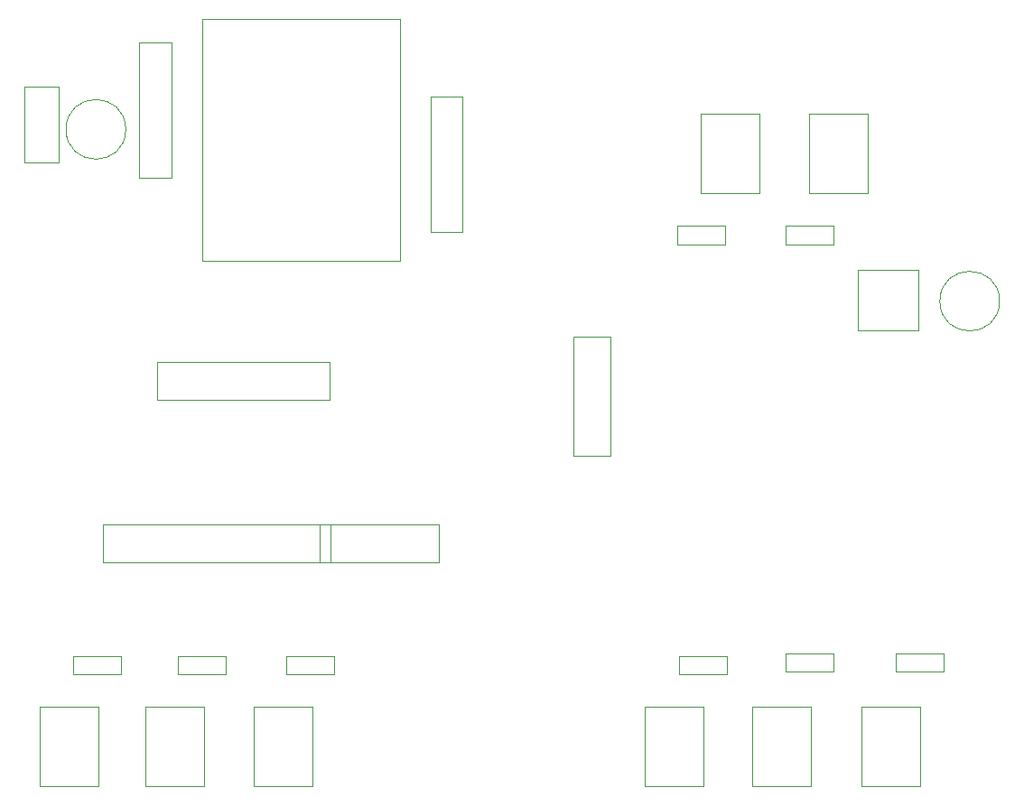
<source format=gbr>
G04 #@! TF.FileFunction,Other,User*
%FSLAX46Y46*%
G04 Gerber Fmt 4.6, Leading zero omitted, Abs format (unit mm)*
G04 Created by KiCad (PCBNEW 4.0.7-e2-6376~58~ubuntu16.04.1) date Mon Dec 11 18:42:29 2017*
%MOMM*%
%LPD*%
G01*
G04 APERTURE LIST*
%ADD10C,0.100000*%
%ADD11C,0.050000*%
G04 APERTURE END LIST*
D10*
D11*
X160738000Y-54924000D02*
X155238000Y-54924000D01*
X160738000Y-62424000D02*
X155238000Y-62424000D01*
X160738000Y-54924000D02*
X160738000Y-62424000D01*
X155238000Y-54924000D02*
X155238000Y-62424000D01*
X119535000Y-97000000D02*
X130685000Y-97000000D01*
X119535000Y-93500000D02*
X130685000Y-93500000D01*
X119535000Y-97000000D02*
X119535000Y-93500000D01*
X130685000Y-97000000D02*
X130685000Y-93500000D01*
X108550000Y-52200000D02*
X108550000Y-46050000D01*
X108550000Y-46050000D02*
X127050000Y-46050000D01*
X127050000Y-46050000D02*
X127050000Y-68700000D01*
X127050000Y-68700000D02*
X108550000Y-68700000D01*
X108550000Y-68700000D02*
X108550000Y-52200000D01*
X183283000Y-72517000D02*
G75*
G03X183283000Y-72517000I-2800000J0D01*
G01*
X101352000Y-56404000D02*
G75*
G03X101352000Y-56404000I-2800000J0D01*
G01*
X99215000Y-97000000D02*
X120515000Y-97000000D01*
X99215000Y-93500000D02*
X120515000Y-93500000D01*
X99215000Y-97000000D02*
X99215000Y-93500000D01*
X120515000Y-97000000D02*
X120515000Y-93500000D01*
X143284000Y-75847000D02*
X143284000Y-86997000D01*
X146784000Y-75847000D02*
X146784000Y-86997000D01*
X143284000Y-75847000D02*
X146784000Y-75847000D01*
X143284000Y-86997000D02*
X146784000Y-86997000D01*
X120495000Y-78260000D02*
X104295000Y-78260000D01*
X120495000Y-81760000D02*
X104295000Y-81760000D01*
X120495000Y-78260000D02*
X120495000Y-81760000D01*
X104295000Y-78260000D02*
X104295000Y-81760000D01*
X129945000Y-66020000D02*
X129945000Y-53370000D01*
X132945000Y-66020000D02*
X129945000Y-66020000D01*
X129945000Y-53370000D02*
X132945000Y-53370000D01*
X132945000Y-66020000D02*
X132945000Y-53370000D01*
X102640000Y-60940000D02*
X102640000Y-48290000D01*
X105640000Y-60940000D02*
X102640000Y-60940000D01*
X102640000Y-48290000D02*
X105640000Y-48290000D01*
X105640000Y-60940000D02*
X105640000Y-48290000D01*
X91872000Y-59470000D02*
X95072000Y-59470000D01*
X95072000Y-59470000D02*
X95072000Y-52370000D01*
X95072000Y-52370000D02*
X91872000Y-52370000D01*
X91872000Y-52370000D02*
X91872000Y-59470000D01*
X169997000Y-75256000D02*
X175697000Y-75256000D01*
X175697000Y-75256000D02*
X175697000Y-69556000D01*
X175697000Y-69556000D02*
X169997000Y-69556000D01*
X169997000Y-69556000D02*
X169997000Y-75256000D01*
X173518000Y-105546000D02*
X178018000Y-105546000D01*
X173518000Y-105546000D02*
X173518000Y-107296000D01*
X178018000Y-107296000D02*
X178018000Y-105546000D01*
X178018000Y-107296000D02*
X173518000Y-107296000D01*
X106208000Y-105800000D02*
X110708000Y-105800000D01*
X106208000Y-105800000D02*
X106208000Y-107550000D01*
X110708000Y-107550000D02*
X110708000Y-105800000D01*
X110708000Y-107550000D02*
X106208000Y-107550000D01*
X167731000Y-67174000D02*
X163231000Y-67174000D01*
X167731000Y-67174000D02*
X167731000Y-65424000D01*
X163231000Y-65424000D02*
X163231000Y-67174000D01*
X163231000Y-65424000D02*
X167731000Y-65424000D01*
X116368000Y-105800000D02*
X120868000Y-105800000D01*
X116368000Y-105800000D02*
X116368000Y-107550000D01*
X120868000Y-107550000D02*
X120868000Y-105800000D01*
X120868000Y-107550000D02*
X116368000Y-107550000D01*
X157571000Y-67174000D02*
X153071000Y-67174000D01*
X157571000Y-67174000D02*
X157571000Y-65424000D01*
X153071000Y-65424000D02*
X153071000Y-67174000D01*
X153071000Y-65424000D02*
X157571000Y-65424000D01*
X153198000Y-105800000D02*
X157698000Y-105800000D01*
X153198000Y-105800000D02*
X153198000Y-107550000D01*
X157698000Y-107550000D02*
X157698000Y-105800000D01*
X157698000Y-107550000D02*
X153198000Y-107550000D01*
X163231000Y-105546000D02*
X167731000Y-105546000D01*
X163231000Y-105546000D02*
X163231000Y-107296000D01*
X167731000Y-107296000D02*
X167731000Y-105546000D01*
X167731000Y-107296000D02*
X163231000Y-107296000D01*
X93262000Y-118050000D02*
X98762000Y-118050000D01*
X93262000Y-110550000D02*
X98762000Y-110550000D01*
X93262000Y-118050000D02*
X93262000Y-110550000D01*
X98762000Y-118050000D02*
X98762000Y-110550000D01*
X170351000Y-118050000D02*
X175851000Y-118050000D01*
X170351000Y-110550000D02*
X175851000Y-110550000D01*
X170351000Y-118050000D02*
X170351000Y-110550000D01*
X175851000Y-118050000D02*
X175851000Y-110550000D01*
X103168000Y-118050000D02*
X108668000Y-118050000D01*
X103168000Y-110550000D02*
X108668000Y-110550000D01*
X103168000Y-118050000D02*
X103168000Y-110550000D01*
X108668000Y-118050000D02*
X108668000Y-110550000D01*
X170898000Y-54924000D02*
X165398000Y-54924000D01*
X170898000Y-62424000D02*
X165398000Y-62424000D01*
X170898000Y-54924000D02*
X170898000Y-62424000D01*
X165398000Y-54924000D02*
X165398000Y-62424000D01*
X113328000Y-118050000D02*
X118828000Y-118050000D01*
X113328000Y-110550000D02*
X118828000Y-110550000D01*
X113328000Y-118050000D02*
X113328000Y-110550000D01*
X118828000Y-118050000D02*
X118828000Y-110550000D01*
X150031000Y-118050000D02*
X155531000Y-118050000D01*
X150031000Y-110550000D02*
X155531000Y-110550000D01*
X150031000Y-118050000D02*
X150031000Y-110550000D01*
X155531000Y-118050000D02*
X155531000Y-110550000D01*
X160064000Y-118050000D02*
X165564000Y-118050000D01*
X160064000Y-110550000D02*
X165564000Y-110550000D01*
X160064000Y-118050000D02*
X160064000Y-110550000D01*
X165564000Y-118050000D02*
X165564000Y-110550000D01*
X96429000Y-105800000D02*
X100929000Y-105800000D01*
X96429000Y-105800000D02*
X96429000Y-107550000D01*
X100929000Y-107550000D02*
X100929000Y-105800000D01*
X100929000Y-107550000D02*
X96429000Y-107550000D01*
M02*

</source>
